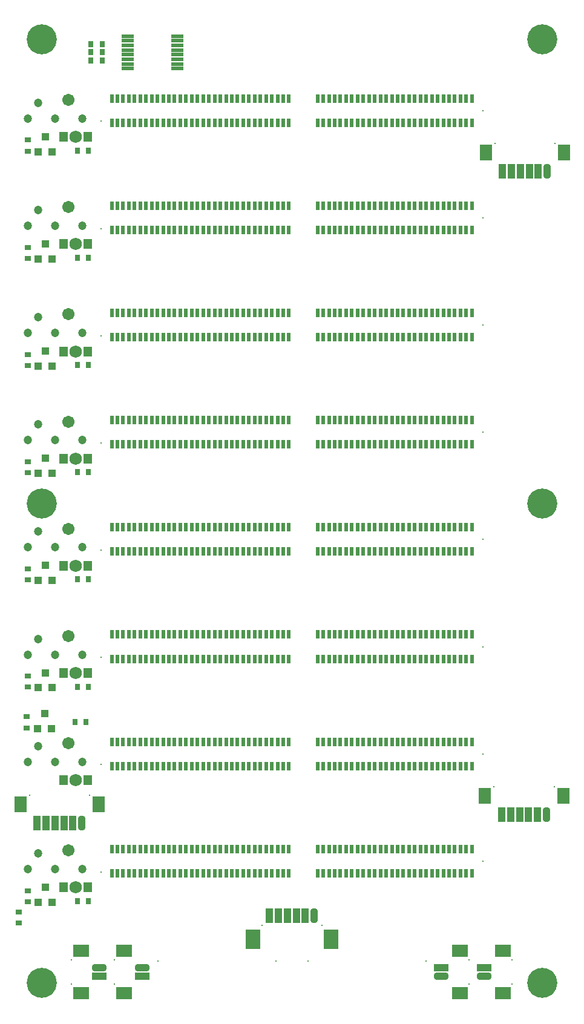
<source format=gts>
G04*
G04 #@! TF.GenerationSoftware,Altium Limited,Altium Designer,19.1.6 (110)*
G04*
G04 Layer_Color=8388736*
%FSLAX25Y25*%
%MOIN*%
G70*
G01*
G75*
%ADD18R,0.03200X0.02978*%
%ADD19R,0.02978X0.03200*%
%ADD30R,0.02362X0.05118*%
%ADD31R,0.06972X0.02172*%
%ADD32R,0.08674X0.07099*%
G04:AMPARAMS|DCode=33|XSize=39.5mil|YSize=78.87mil|CornerRadius=11.87mil|HoleSize=0mil|Usage=FLASHONLY|Rotation=90.000|XOffset=0mil|YOffset=0mil|HoleType=Round|Shape=RoundedRectangle|*
%AMROUNDEDRECTD33*
21,1,0.03950,0.05512,0,0,90.0*
21,1,0.01575,0.07887,0,0,90.0*
1,1,0.02375,0.02756,0.00787*
1,1,0.02375,0.02756,-0.00787*
1,1,0.02375,-0.02756,-0.00787*
1,1,0.02375,-0.02756,0.00787*
%
%ADD33ROUNDEDRECTD33*%
%ADD34R,0.07887X0.03950*%
G04:AMPARAMS|DCode=35|XSize=39.5mil|YSize=78.87mil|CornerRadius=11.87mil|HoleSize=0mil|Usage=FLASHONLY|Rotation=180.000|XOffset=0mil|YOffset=0mil|HoleType=Round|Shape=RoundedRectangle|*
%AMROUNDEDRECTD35*
21,1,0.03950,0.05512,0,0,180.0*
21,1,0.01575,0.07887,0,0,180.0*
1,1,0.02375,-0.00787,0.02756*
1,1,0.02375,0.00787,0.02756*
1,1,0.02375,0.00787,-0.02756*
1,1,0.02375,-0.00787,-0.02756*
%
%ADD35ROUNDEDRECTD35*%
%ADD36R,0.03950X0.07887*%
%ADD37R,0.07099X0.08674*%
%ADD38R,0.07887X0.11036*%
%ADD39R,0.04567X0.05354*%
%ADD40R,0.03950X0.04343*%
%ADD41C,0.00800*%
%ADD42C,0.06706*%
%ADD43C,0.04737*%
%ADD44C,0.16548*%
%ADD45C,0.06890*%
D18*
X5020Y50677D02*
D03*
Y44599D02*
D03*
X10236Y56410D02*
D03*
Y62488D02*
D03*
X9547Y158256D02*
D03*
Y152178D02*
D03*
X10237Y174520D02*
D03*
Y180598D02*
D03*
Y239653D02*
D03*
Y233575D02*
D03*
X10236Y292630D02*
D03*
Y298708D02*
D03*
X10235Y357761D02*
D03*
Y351683D02*
D03*
Y410738D02*
D03*
Y416816D02*
D03*
Y475871D02*
D03*
Y469793D02*
D03*
D19*
X37512Y56693D02*
D03*
X43590D02*
D03*
X42212Y155413D02*
D03*
X36134D02*
D03*
X37513Y174803D02*
D03*
X43591D02*
D03*
Y233858D02*
D03*
X37513D02*
D03*
X37512Y292913D02*
D03*
X43590D02*
D03*
X43589Y351966D02*
D03*
X37511D02*
D03*
Y411021D02*
D03*
X43589D02*
D03*
Y470076D02*
D03*
X37511D02*
D03*
X50972Y519587D02*
D03*
X44894D02*
D03*
X50972Y524311D02*
D03*
X44894D02*
D03*
X44894Y528839D02*
D03*
X50972D02*
D03*
D30*
X254725Y85433D02*
D03*
Y72047D02*
D03*
X251575Y85433D02*
D03*
Y72047D02*
D03*
X248426Y85433D02*
D03*
Y72047D02*
D03*
X245276Y85433D02*
D03*
Y72047D02*
D03*
X242126Y85433D02*
D03*
Y72047D02*
D03*
X238977Y85433D02*
D03*
Y72047D02*
D03*
X235827Y85433D02*
D03*
Y72047D02*
D03*
X232678Y85433D02*
D03*
Y72047D02*
D03*
X229528Y85433D02*
D03*
Y72047D02*
D03*
X226378Y85433D02*
D03*
Y72047D02*
D03*
X223229Y85433D02*
D03*
Y72047D02*
D03*
X220079Y85433D02*
D03*
Y72047D02*
D03*
X216930Y85433D02*
D03*
Y72047D02*
D03*
X213780Y85433D02*
D03*
Y72047D02*
D03*
X210630Y85433D02*
D03*
Y72047D02*
D03*
X207481Y85433D02*
D03*
Y72047D02*
D03*
X204331Y85433D02*
D03*
Y72047D02*
D03*
X201182Y85433D02*
D03*
Y72047D02*
D03*
X198032Y85433D02*
D03*
Y72047D02*
D03*
X194882Y85433D02*
D03*
Y72047D02*
D03*
X191733Y85433D02*
D03*
Y72047D02*
D03*
X188583Y85433D02*
D03*
Y72047D02*
D03*
X185433Y85433D02*
D03*
Y72047D02*
D03*
X182284Y85433D02*
D03*
Y72047D02*
D03*
X179134Y85433D02*
D03*
Y72047D02*
D03*
X175985Y85433D02*
D03*
Y72047D02*
D03*
X172835Y85433D02*
D03*
Y72047D02*
D03*
X169685Y85433D02*
D03*
Y72047D02*
D03*
X153937Y85433D02*
D03*
Y72047D02*
D03*
X150788Y85433D02*
D03*
Y72047D02*
D03*
X147638Y85433D02*
D03*
Y72047D02*
D03*
X144489Y85433D02*
D03*
Y72047D02*
D03*
X141339Y85433D02*
D03*
Y72047D02*
D03*
X138189Y85433D02*
D03*
Y72047D02*
D03*
X135040Y85433D02*
D03*
Y72047D02*
D03*
X131890Y85433D02*
D03*
Y72047D02*
D03*
X128741Y85433D02*
D03*
Y72047D02*
D03*
X125591Y85433D02*
D03*
Y72047D02*
D03*
X122441Y85433D02*
D03*
Y72047D02*
D03*
X119292Y85433D02*
D03*
Y72047D02*
D03*
X116142Y85433D02*
D03*
Y72047D02*
D03*
X112993Y85433D02*
D03*
Y72047D02*
D03*
X109843Y85433D02*
D03*
Y72047D02*
D03*
X106693Y85433D02*
D03*
Y72047D02*
D03*
X103544Y85433D02*
D03*
Y72047D02*
D03*
X100394Y85433D02*
D03*
Y72047D02*
D03*
X97245Y85433D02*
D03*
Y72047D02*
D03*
X94095Y85433D02*
D03*
Y72047D02*
D03*
X90945Y85433D02*
D03*
Y72047D02*
D03*
X87796Y85433D02*
D03*
Y72047D02*
D03*
X84646Y85433D02*
D03*
Y72047D02*
D03*
X81497Y85433D02*
D03*
Y72047D02*
D03*
X78347Y85433D02*
D03*
Y72047D02*
D03*
X75197Y85433D02*
D03*
Y72047D02*
D03*
X72048Y85433D02*
D03*
Y72047D02*
D03*
X68898Y85433D02*
D03*
Y72047D02*
D03*
X65748Y85433D02*
D03*
Y72047D02*
D03*
X62599Y85433D02*
D03*
Y72047D02*
D03*
X59449Y85433D02*
D03*
Y72047D02*
D03*
X56300Y85433D02*
D03*
Y72047D02*
D03*
X56300Y249213D02*
D03*
Y262598D02*
D03*
X59450Y249213D02*
D03*
Y262598D02*
D03*
X62599Y249213D02*
D03*
Y262598D02*
D03*
X65749Y249213D02*
D03*
Y262598D02*
D03*
X68898Y249213D02*
D03*
Y262598D02*
D03*
X72048Y249213D02*
D03*
Y262598D02*
D03*
X75198Y249213D02*
D03*
Y262598D02*
D03*
X78347Y249213D02*
D03*
Y262598D02*
D03*
X81497Y249213D02*
D03*
Y262598D02*
D03*
X84646Y249213D02*
D03*
Y262598D02*
D03*
X87796Y249213D02*
D03*
Y262598D02*
D03*
X90946Y249213D02*
D03*
Y262598D02*
D03*
X94095Y249213D02*
D03*
Y262598D02*
D03*
X97245Y249213D02*
D03*
Y262598D02*
D03*
X100394Y249213D02*
D03*
Y262598D02*
D03*
X103544Y249213D02*
D03*
Y262598D02*
D03*
X106694Y249213D02*
D03*
Y262598D02*
D03*
X109843Y249213D02*
D03*
Y262598D02*
D03*
X112993Y249213D02*
D03*
Y262598D02*
D03*
X116142Y249213D02*
D03*
Y262598D02*
D03*
X119292Y249213D02*
D03*
Y262598D02*
D03*
X122442Y249213D02*
D03*
Y262598D02*
D03*
X125591Y249213D02*
D03*
Y262598D02*
D03*
X128741Y249213D02*
D03*
Y262598D02*
D03*
X131890Y249213D02*
D03*
Y262598D02*
D03*
X135040Y249213D02*
D03*
Y262598D02*
D03*
X138190Y249213D02*
D03*
Y262598D02*
D03*
X141339Y249213D02*
D03*
Y262598D02*
D03*
X144489Y249213D02*
D03*
Y262598D02*
D03*
X147639Y249213D02*
D03*
Y262598D02*
D03*
X150788Y249213D02*
D03*
Y262598D02*
D03*
X153938Y249213D02*
D03*
Y262598D02*
D03*
X169686Y249213D02*
D03*
Y262598D02*
D03*
X172835Y249213D02*
D03*
Y262598D02*
D03*
X175985Y249213D02*
D03*
Y262598D02*
D03*
X179135Y249213D02*
D03*
Y262598D02*
D03*
X182284Y249213D02*
D03*
Y262598D02*
D03*
X185434Y249213D02*
D03*
Y262598D02*
D03*
X188583Y249213D02*
D03*
Y262598D02*
D03*
X191733Y249213D02*
D03*
Y262598D02*
D03*
X194883Y249213D02*
D03*
Y262598D02*
D03*
X198032Y249213D02*
D03*
Y262598D02*
D03*
X201182Y249213D02*
D03*
Y262598D02*
D03*
X204331Y249213D02*
D03*
Y262598D02*
D03*
X207481Y249213D02*
D03*
Y262598D02*
D03*
X210631Y249213D02*
D03*
Y262598D02*
D03*
X213780Y249213D02*
D03*
Y262598D02*
D03*
X216930Y249213D02*
D03*
Y262598D02*
D03*
X220079Y249213D02*
D03*
Y262598D02*
D03*
X223229Y249213D02*
D03*
Y262598D02*
D03*
X226379Y249213D02*
D03*
Y262598D02*
D03*
X229528Y249213D02*
D03*
Y262598D02*
D03*
X232678Y249213D02*
D03*
Y262598D02*
D03*
X235828Y249213D02*
D03*
Y262598D02*
D03*
X238977Y249213D02*
D03*
Y262598D02*
D03*
X242127Y249213D02*
D03*
Y262598D02*
D03*
X245276Y249213D02*
D03*
Y262598D02*
D03*
X248426Y249213D02*
D03*
Y262598D02*
D03*
X251576Y249213D02*
D03*
Y262598D02*
D03*
X254725Y249213D02*
D03*
Y262598D02*
D03*
X254725Y321654D02*
D03*
Y308268D02*
D03*
X251575Y321654D02*
D03*
Y308268D02*
D03*
X248426Y321654D02*
D03*
Y308268D02*
D03*
X245276Y321654D02*
D03*
Y308268D02*
D03*
X242126Y321654D02*
D03*
Y308268D02*
D03*
X238977Y321654D02*
D03*
Y308268D02*
D03*
X235827Y321654D02*
D03*
Y308268D02*
D03*
X232678Y321654D02*
D03*
Y308268D02*
D03*
X229528Y321654D02*
D03*
Y308268D02*
D03*
X226378Y321654D02*
D03*
Y308268D02*
D03*
X223229Y321654D02*
D03*
Y308268D02*
D03*
X220079Y321654D02*
D03*
Y308268D02*
D03*
X216930Y321654D02*
D03*
Y308268D02*
D03*
X213780Y321654D02*
D03*
Y308268D02*
D03*
X210630Y321654D02*
D03*
Y308268D02*
D03*
X207481Y321654D02*
D03*
Y308268D02*
D03*
X204331Y321654D02*
D03*
Y308268D02*
D03*
X201182Y321654D02*
D03*
Y308268D02*
D03*
X198032Y321654D02*
D03*
Y308268D02*
D03*
X194882Y321654D02*
D03*
Y308268D02*
D03*
X191733Y321654D02*
D03*
Y308268D02*
D03*
X188583Y321654D02*
D03*
Y308268D02*
D03*
X185433Y321654D02*
D03*
Y308268D02*
D03*
X182284Y321654D02*
D03*
Y308268D02*
D03*
X179134Y321654D02*
D03*
Y308268D02*
D03*
X175985Y321654D02*
D03*
Y308268D02*
D03*
X172835Y321654D02*
D03*
Y308268D02*
D03*
X169685Y321654D02*
D03*
Y308268D02*
D03*
X153937Y321654D02*
D03*
Y308268D02*
D03*
X150788Y321654D02*
D03*
Y308268D02*
D03*
X147638Y321654D02*
D03*
Y308268D02*
D03*
X144489Y321654D02*
D03*
Y308268D02*
D03*
X141339Y321654D02*
D03*
Y308268D02*
D03*
X138189Y321654D02*
D03*
Y308268D02*
D03*
X135040Y321654D02*
D03*
Y308268D02*
D03*
X131890Y321654D02*
D03*
Y308268D02*
D03*
X128741Y321654D02*
D03*
Y308268D02*
D03*
X125591Y321654D02*
D03*
Y308268D02*
D03*
X122441Y321654D02*
D03*
Y308268D02*
D03*
X119292Y321654D02*
D03*
Y308268D02*
D03*
X116142Y321654D02*
D03*
Y308268D02*
D03*
X112993Y321654D02*
D03*
Y308268D02*
D03*
X109843Y321654D02*
D03*
Y308268D02*
D03*
X106693Y321654D02*
D03*
Y308268D02*
D03*
X103544Y321654D02*
D03*
Y308268D02*
D03*
X100394Y321654D02*
D03*
Y308268D02*
D03*
X97245Y321654D02*
D03*
Y308268D02*
D03*
X94095Y321654D02*
D03*
Y308268D02*
D03*
X90945Y321654D02*
D03*
Y308268D02*
D03*
X87796Y321654D02*
D03*
Y308268D02*
D03*
X84646Y321654D02*
D03*
Y308268D02*
D03*
X81497Y321654D02*
D03*
Y308268D02*
D03*
X78347Y321654D02*
D03*
Y308268D02*
D03*
X75197Y321654D02*
D03*
Y308268D02*
D03*
X72048Y321654D02*
D03*
Y308268D02*
D03*
X68898Y321654D02*
D03*
Y308268D02*
D03*
X65748Y321654D02*
D03*
Y308268D02*
D03*
X62599Y321654D02*
D03*
Y308268D02*
D03*
X59449Y321654D02*
D03*
Y308268D02*
D03*
X56300Y321654D02*
D03*
Y308268D02*
D03*
X56299Y367320D02*
D03*
Y380706D02*
D03*
X59448Y367320D02*
D03*
Y380706D02*
D03*
X62598Y367320D02*
D03*
Y380706D02*
D03*
X65748Y367320D02*
D03*
Y380706D02*
D03*
X68897Y367320D02*
D03*
Y380706D02*
D03*
X72047Y367320D02*
D03*
Y380706D02*
D03*
X75196Y367320D02*
D03*
Y380706D02*
D03*
X78346Y367320D02*
D03*
Y380706D02*
D03*
X81496Y367320D02*
D03*
Y380706D02*
D03*
X84645Y367320D02*
D03*
Y380706D02*
D03*
X87795Y367320D02*
D03*
Y380706D02*
D03*
X90944Y367320D02*
D03*
Y380706D02*
D03*
X94094Y367320D02*
D03*
Y380706D02*
D03*
X97244Y367320D02*
D03*
Y380706D02*
D03*
X100393Y367320D02*
D03*
Y380706D02*
D03*
X103543Y367320D02*
D03*
Y380706D02*
D03*
X106693Y367320D02*
D03*
Y380706D02*
D03*
X109842Y367320D02*
D03*
Y380706D02*
D03*
X112992Y367320D02*
D03*
Y380706D02*
D03*
X116141Y367320D02*
D03*
Y380706D02*
D03*
X119291Y367320D02*
D03*
Y380706D02*
D03*
X122441Y367320D02*
D03*
Y380706D02*
D03*
X125590Y367320D02*
D03*
Y380706D02*
D03*
X128740Y367320D02*
D03*
Y380706D02*
D03*
X131889Y367320D02*
D03*
Y380706D02*
D03*
X135039Y367320D02*
D03*
Y380706D02*
D03*
X138189Y367320D02*
D03*
Y380706D02*
D03*
X141338Y367320D02*
D03*
Y380706D02*
D03*
X144488Y367320D02*
D03*
Y380706D02*
D03*
X147637Y367320D02*
D03*
Y380706D02*
D03*
X150787Y367320D02*
D03*
Y380706D02*
D03*
X153937Y367320D02*
D03*
Y380706D02*
D03*
X169685Y367320D02*
D03*
Y380706D02*
D03*
X172834Y367320D02*
D03*
Y380706D02*
D03*
X175984Y367320D02*
D03*
Y380706D02*
D03*
X179133Y367320D02*
D03*
Y380706D02*
D03*
X182283Y367320D02*
D03*
Y380706D02*
D03*
X185433Y367320D02*
D03*
Y380706D02*
D03*
X188582Y367320D02*
D03*
Y380706D02*
D03*
X191732Y367320D02*
D03*
Y380706D02*
D03*
X194881Y367320D02*
D03*
Y380706D02*
D03*
X198031Y367320D02*
D03*
Y380706D02*
D03*
X201181Y367320D02*
D03*
Y380706D02*
D03*
X204330Y367320D02*
D03*
Y380706D02*
D03*
X207480Y367320D02*
D03*
Y380706D02*
D03*
X210630Y367320D02*
D03*
Y380706D02*
D03*
X213779Y367320D02*
D03*
Y380706D02*
D03*
X216929Y367320D02*
D03*
Y380706D02*
D03*
X220078Y367320D02*
D03*
Y380706D02*
D03*
X223228Y367320D02*
D03*
Y380706D02*
D03*
X226378Y367320D02*
D03*
Y380706D02*
D03*
X229527Y367320D02*
D03*
Y380706D02*
D03*
X232677Y367320D02*
D03*
Y380706D02*
D03*
X235826Y367320D02*
D03*
Y380706D02*
D03*
X238976Y367320D02*
D03*
Y380706D02*
D03*
X242126Y367320D02*
D03*
Y380706D02*
D03*
X245275Y367320D02*
D03*
Y380706D02*
D03*
X248425Y367320D02*
D03*
Y380706D02*
D03*
X251574Y367320D02*
D03*
Y380706D02*
D03*
X254724Y367320D02*
D03*
Y380706D02*
D03*
Y439761D02*
D03*
Y426375D02*
D03*
X251574Y439761D02*
D03*
Y426375D02*
D03*
X248425Y439761D02*
D03*
Y426375D02*
D03*
X245275Y439761D02*
D03*
Y426375D02*
D03*
X242126Y439761D02*
D03*
Y426375D02*
D03*
X238976Y439761D02*
D03*
Y426375D02*
D03*
X235826Y439761D02*
D03*
Y426375D02*
D03*
X232677Y439761D02*
D03*
Y426375D02*
D03*
X229527Y439761D02*
D03*
Y426375D02*
D03*
X226378Y439761D02*
D03*
Y426375D02*
D03*
X223228Y439761D02*
D03*
Y426375D02*
D03*
X220078Y439761D02*
D03*
Y426375D02*
D03*
X216929Y439761D02*
D03*
Y426375D02*
D03*
X213779Y439761D02*
D03*
Y426375D02*
D03*
X210630Y439761D02*
D03*
Y426375D02*
D03*
X207480Y439761D02*
D03*
Y426375D02*
D03*
X204330Y439761D02*
D03*
Y426375D02*
D03*
X201181Y439761D02*
D03*
Y426375D02*
D03*
X198031Y439761D02*
D03*
Y426375D02*
D03*
X194881Y439761D02*
D03*
Y426375D02*
D03*
X191732Y439761D02*
D03*
Y426375D02*
D03*
X188582Y439761D02*
D03*
Y426375D02*
D03*
X185433Y439761D02*
D03*
Y426375D02*
D03*
X182283Y439761D02*
D03*
Y426375D02*
D03*
X179133Y439761D02*
D03*
Y426375D02*
D03*
X175984Y439761D02*
D03*
Y426375D02*
D03*
X172834Y439761D02*
D03*
Y426375D02*
D03*
X169685Y439761D02*
D03*
Y426375D02*
D03*
X153937Y439761D02*
D03*
Y426375D02*
D03*
X150787Y439761D02*
D03*
Y426375D02*
D03*
X147637Y439761D02*
D03*
Y426375D02*
D03*
X144488Y439761D02*
D03*
Y426375D02*
D03*
X141338Y439761D02*
D03*
Y426375D02*
D03*
X138189Y439761D02*
D03*
Y426375D02*
D03*
X135039Y439761D02*
D03*
Y426375D02*
D03*
X131889Y439761D02*
D03*
Y426375D02*
D03*
X128740Y439761D02*
D03*
Y426375D02*
D03*
X125590Y439761D02*
D03*
Y426375D02*
D03*
X122441Y439761D02*
D03*
Y426375D02*
D03*
X119291Y439761D02*
D03*
Y426375D02*
D03*
X116141Y439761D02*
D03*
Y426375D02*
D03*
X112992Y439761D02*
D03*
Y426375D02*
D03*
X109842Y439761D02*
D03*
Y426375D02*
D03*
X106693Y439761D02*
D03*
Y426375D02*
D03*
X103543Y439761D02*
D03*
Y426375D02*
D03*
X100393Y439761D02*
D03*
Y426375D02*
D03*
X97244Y439761D02*
D03*
Y426375D02*
D03*
X94094Y439761D02*
D03*
Y426375D02*
D03*
X90944Y439761D02*
D03*
Y426375D02*
D03*
X87795Y439761D02*
D03*
Y426375D02*
D03*
X84645Y439761D02*
D03*
Y426375D02*
D03*
X81496Y439761D02*
D03*
Y426375D02*
D03*
X78346Y439761D02*
D03*
Y426375D02*
D03*
X75196Y439761D02*
D03*
Y426375D02*
D03*
X72047Y439761D02*
D03*
Y426375D02*
D03*
X68897Y439761D02*
D03*
Y426375D02*
D03*
X65748Y439761D02*
D03*
Y426375D02*
D03*
X62598Y439761D02*
D03*
Y426375D02*
D03*
X59448Y439761D02*
D03*
Y426375D02*
D03*
X56299Y439761D02*
D03*
Y426375D02*
D03*
Y485431D02*
D03*
Y498816D02*
D03*
X59448Y485431D02*
D03*
Y498816D02*
D03*
X62598Y485431D02*
D03*
Y498816D02*
D03*
X65748Y485431D02*
D03*
Y498816D02*
D03*
X68897Y485431D02*
D03*
Y498816D02*
D03*
X72047Y485431D02*
D03*
Y498816D02*
D03*
X75196Y485431D02*
D03*
Y498816D02*
D03*
X78346Y485431D02*
D03*
Y498816D02*
D03*
X81496Y485431D02*
D03*
Y498816D02*
D03*
X84645Y485431D02*
D03*
Y498816D02*
D03*
X87795Y485431D02*
D03*
Y498816D02*
D03*
X90944Y485431D02*
D03*
Y498816D02*
D03*
X94094Y485431D02*
D03*
Y498816D02*
D03*
X97244Y485431D02*
D03*
Y498816D02*
D03*
X100393Y485431D02*
D03*
Y498816D02*
D03*
X103543Y485431D02*
D03*
Y498816D02*
D03*
X106693Y485431D02*
D03*
Y498816D02*
D03*
X109842Y485431D02*
D03*
Y498816D02*
D03*
X112992Y485431D02*
D03*
Y498816D02*
D03*
X116141Y485431D02*
D03*
Y498816D02*
D03*
X119291Y485431D02*
D03*
Y498816D02*
D03*
X122441Y485431D02*
D03*
Y498816D02*
D03*
X125590Y485431D02*
D03*
Y498816D02*
D03*
X128740Y485431D02*
D03*
Y498816D02*
D03*
X131889Y485431D02*
D03*
Y498816D02*
D03*
X135039Y485431D02*
D03*
Y498816D02*
D03*
X138189Y485431D02*
D03*
Y498816D02*
D03*
X141338Y485431D02*
D03*
Y498816D02*
D03*
X144488Y485431D02*
D03*
Y498816D02*
D03*
X147637Y485431D02*
D03*
Y498816D02*
D03*
X150787Y485431D02*
D03*
Y498816D02*
D03*
X153937Y485431D02*
D03*
Y498816D02*
D03*
X169685Y485431D02*
D03*
Y498816D02*
D03*
X172834Y485431D02*
D03*
Y498816D02*
D03*
X175984Y485431D02*
D03*
Y498816D02*
D03*
X179133Y485431D02*
D03*
Y498816D02*
D03*
X182283Y485431D02*
D03*
Y498816D02*
D03*
X185433Y485431D02*
D03*
Y498816D02*
D03*
X188582Y485431D02*
D03*
Y498816D02*
D03*
X191732Y485431D02*
D03*
Y498816D02*
D03*
X194881Y485431D02*
D03*
Y498816D02*
D03*
X198031Y485431D02*
D03*
Y498816D02*
D03*
X201181Y485431D02*
D03*
Y498816D02*
D03*
X204330Y485431D02*
D03*
Y498816D02*
D03*
X207480Y485431D02*
D03*
Y498816D02*
D03*
X210630Y485431D02*
D03*
Y498816D02*
D03*
X213779Y485431D02*
D03*
Y498816D02*
D03*
X216929Y485431D02*
D03*
Y498816D02*
D03*
X220078Y485431D02*
D03*
Y498816D02*
D03*
X223228Y485431D02*
D03*
Y498816D02*
D03*
X226378Y485431D02*
D03*
Y498816D02*
D03*
X229527Y485431D02*
D03*
Y498816D02*
D03*
X232677Y485431D02*
D03*
Y498816D02*
D03*
X235826Y485431D02*
D03*
Y498816D02*
D03*
X238976Y485431D02*
D03*
Y498816D02*
D03*
X242126Y485431D02*
D03*
Y498816D02*
D03*
X245275Y485431D02*
D03*
Y498816D02*
D03*
X248425Y485431D02*
D03*
Y498816D02*
D03*
X251574Y485431D02*
D03*
Y498816D02*
D03*
X254724Y485431D02*
D03*
Y498816D02*
D03*
X254724Y203542D02*
D03*
Y190156D02*
D03*
X251574Y203542D02*
D03*
Y190156D02*
D03*
X248424Y203542D02*
D03*
Y190156D02*
D03*
X245275Y203542D02*
D03*
Y190156D02*
D03*
X242125Y203542D02*
D03*
Y190156D02*
D03*
X238976Y203542D02*
D03*
Y190156D02*
D03*
X235826Y203542D02*
D03*
Y190156D02*
D03*
X232676Y203542D02*
D03*
Y190156D02*
D03*
X229527Y203542D02*
D03*
Y190156D02*
D03*
X226377Y203542D02*
D03*
Y190156D02*
D03*
X223227Y203542D02*
D03*
Y190156D02*
D03*
X220078Y203542D02*
D03*
Y190156D02*
D03*
X216928Y203542D02*
D03*
Y190156D02*
D03*
X213779Y203542D02*
D03*
Y190156D02*
D03*
X210629Y203542D02*
D03*
Y190156D02*
D03*
X207479Y203542D02*
D03*
Y190156D02*
D03*
X204330Y203542D02*
D03*
Y190156D02*
D03*
X201180Y203542D02*
D03*
Y190156D02*
D03*
X198031Y203542D02*
D03*
Y190156D02*
D03*
X194881Y203542D02*
D03*
Y190156D02*
D03*
X191731Y203542D02*
D03*
Y190156D02*
D03*
X188582Y203542D02*
D03*
Y190156D02*
D03*
X185432Y203542D02*
D03*
Y190156D02*
D03*
X182283Y203542D02*
D03*
Y190156D02*
D03*
X179133Y203542D02*
D03*
Y190156D02*
D03*
X175983Y203542D02*
D03*
Y190156D02*
D03*
X172834Y203542D02*
D03*
Y190156D02*
D03*
X169684Y203542D02*
D03*
Y190156D02*
D03*
X153936Y203542D02*
D03*
Y190156D02*
D03*
X150786Y203542D02*
D03*
Y190156D02*
D03*
X147637Y203542D02*
D03*
Y190156D02*
D03*
X144487Y203542D02*
D03*
Y190156D02*
D03*
X141338Y203542D02*
D03*
Y190156D02*
D03*
X138188Y203542D02*
D03*
Y190156D02*
D03*
X135038Y203542D02*
D03*
Y190156D02*
D03*
X131889Y203542D02*
D03*
Y190156D02*
D03*
X128739Y203542D02*
D03*
Y190156D02*
D03*
X125590Y203542D02*
D03*
Y190156D02*
D03*
X122440Y203542D02*
D03*
Y190156D02*
D03*
X119290Y203542D02*
D03*
Y190156D02*
D03*
X116141Y203542D02*
D03*
Y190156D02*
D03*
X112991Y203542D02*
D03*
Y190156D02*
D03*
X109842Y203542D02*
D03*
Y190156D02*
D03*
X106692Y203542D02*
D03*
Y190156D02*
D03*
X103542Y203542D02*
D03*
Y190156D02*
D03*
X100393Y203542D02*
D03*
Y190156D02*
D03*
X97243Y203542D02*
D03*
Y190156D02*
D03*
X94094Y203542D02*
D03*
Y190156D02*
D03*
X90944Y203542D02*
D03*
Y190156D02*
D03*
X87794Y203542D02*
D03*
Y190156D02*
D03*
X84645Y203542D02*
D03*
Y190156D02*
D03*
X81495Y203542D02*
D03*
Y190156D02*
D03*
X78346Y203542D02*
D03*
Y190156D02*
D03*
X75196Y203542D02*
D03*
Y190156D02*
D03*
X72046Y203542D02*
D03*
Y190156D02*
D03*
X68897Y203542D02*
D03*
Y190156D02*
D03*
X65747Y203542D02*
D03*
Y190156D02*
D03*
X62598Y203542D02*
D03*
Y190156D02*
D03*
X59448Y203542D02*
D03*
Y190156D02*
D03*
X56298Y203542D02*
D03*
Y190156D02*
D03*
X56300Y131102D02*
D03*
Y144488D02*
D03*
X59450Y131102D02*
D03*
Y144488D02*
D03*
X62599Y131102D02*
D03*
Y144488D02*
D03*
X65749Y131102D02*
D03*
Y144488D02*
D03*
X68898Y131102D02*
D03*
Y144488D02*
D03*
X72048Y131102D02*
D03*
Y144488D02*
D03*
X75198Y131102D02*
D03*
Y144488D02*
D03*
X78347Y131102D02*
D03*
Y144488D02*
D03*
X81497Y131102D02*
D03*
Y144488D02*
D03*
X84646Y131102D02*
D03*
Y144488D02*
D03*
X87796Y131102D02*
D03*
Y144488D02*
D03*
X90946Y131102D02*
D03*
Y144488D02*
D03*
X94095Y131102D02*
D03*
Y144488D02*
D03*
X97245Y131102D02*
D03*
Y144488D02*
D03*
X100394Y131102D02*
D03*
Y144488D02*
D03*
X103544Y131102D02*
D03*
Y144488D02*
D03*
X106694Y131102D02*
D03*
Y144488D02*
D03*
X109843Y131102D02*
D03*
Y144488D02*
D03*
X112993Y131102D02*
D03*
Y144488D02*
D03*
X116142Y131102D02*
D03*
Y144488D02*
D03*
X119292Y131102D02*
D03*
Y144488D02*
D03*
X122442Y131102D02*
D03*
Y144488D02*
D03*
X125591Y131102D02*
D03*
Y144488D02*
D03*
X128741Y131102D02*
D03*
Y144488D02*
D03*
X131890Y131102D02*
D03*
Y144488D02*
D03*
X135040Y131102D02*
D03*
Y144488D02*
D03*
X138190Y131102D02*
D03*
Y144488D02*
D03*
X141339Y131102D02*
D03*
Y144488D02*
D03*
X144489Y131102D02*
D03*
Y144488D02*
D03*
X147639Y131102D02*
D03*
Y144488D02*
D03*
X150788Y131102D02*
D03*
Y144488D02*
D03*
X153938Y131102D02*
D03*
Y144488D02*
D03*
X169686Y131102D02*
D03*
Y144488D02*
D03*
X172835Y131102D02*
D03*
Y144488D02*
D03*
X175985Y131102D02*
D03*
Y144488D02*
D03*
X179135Y131102D02*
D03*
Y144488D02*
D03*
X182284Y131102D02*
D03*
Y144488D02*
D03*
X185434Y131102D02*
D03*
Y144488D02*
D03*
X188583Y131102D02*
D03*
Y144488D02*
D03*
X191733Y131102D02*
D03*
Y144488D02*
D03*
X194883Y131102D02*
D03*
Y144488D02*
D03*
X198032Y131102D02*
D03*
Y144488D02*
D03*
X201182Y131102D02*
D03*
Y144488D02*
D03*
X204331Y131102D02*
D03*
Y144488D02*
D03*
X207481Y131102D02*
D03*
Y144488D02*
D03*
X210631Y131102D02*
D03*
Y144488D02*
D03*
X213780Y131102D02*
D03*
Y144488D02*
D03*
X216930Y131102D02*
D03*
Y144488D02*
D03*
X220079Y131102D02*
D03*
Y144488D02*
D03*
X223229Y131102D02*
D03*
Y144488D02*
D03*
X226379Y131102D02*
D03*
Y144488D02*
D03*
X229528Y131102D02*
D03*
Y144488D02*
D03*
X232678Y131102D02*
D03*
Y144488D02*
D03*
X235828Y131102D02*
D03*
Y144488D02*
D03*
X238977Y131102D02*
D03*
Y144488D02*
D03*
X242127Y131102D02*
D03*
Y144488D02*
D03*
X245276Y131102D02*
D03*
Y144488D02*
D03*
X248426Y131102D02*
D03*
Y144488D02*
D03*
X251576Y131102D02*
D03*
Y144488D02*
D03*
X254725Y131102D02*
D03*
Y144488D02*
D03*
D31*
X65139Y533169D02*
D03*
Y530610D02*
D03*
Y528051D02*
D03*
Y525492D02*
D03*
Y522933D02*
D03*
Y520374D02*
D03*
Y517815D02*
D03*
Y515256D02*
D03*
X92539D02*
D03*
Y517815D02*
D03*
Y520374D02*
D03*
Y522933D02*
D03*
Y525492D02*
D03*
Y528051D02*
D03*
Y530610D02*
D03*
Y533169D02*
D03*
D32*
X248031Y6004D02*
D03*
Y29429D02*
D03*
X271654D02*
D03*
Y6004D02*
D03*
X62992Y29429D02*
D03*
Y6004D02*
D03*
X39370D02*
D03*
Y29429D02*
D03*
D33*
X237795Y15256D02*
D03*
X261417D02*
D03*
X73228Y20177D02*
D03*
X49606D02*
D03*
D34*
X237795D02*
D03*
X261417D02*
D03*
X73228Y15256D02*
D03*
X49606D02*
D03*
D35*
X39862Y99803D02*
D03*
X296161Y458661D02*
D03*
X295768Y104331D02*
D03*
X167815Y48819D02*
D03*
D36*
X15256Y99803D02*
D03*
X25098D02*
D03*
X30020D02*
D03*
X20177D02*
D03*
X34941D02*
D03*
X291240Y458661D02*
D03*
X276476D02*
D03*
X286319D02*
D03*
X281398D02*
D03*
X271555D02*
D03*
X271161Y104331D02*
D03*
X281004D02*
D03*
X285925D02*
D03*
X276083D02*
D03*
X290846D02*
D03*
X143209Y48819D02*
D03*
X157972D02*
D03*
X153051D02*
D03*
X162894D02*
D03*
X148130D02*
D03*
D37*
X6004Y110039D02*
D03*
X49114D02*
D03*
X305413Y468898D02*
D03*
X262303D02*
D03*
X261910Y114567D02*
D03*
X305020D02*
D03*
D38*
X177067Y35827D02*
D03*
X133957D02*
D03*
D39*
X43189Y64213D02*
D03*
X29803D02*
D03*
X29804Y123268D02*
D03*
X43190D02*
D03*
Y182323D02*
D03*
X29804D02*
D03*
Y241378D02*
D03*
X43190D02*
D03*
X43189Y300433D02*
D03*
X29803D02*
D03*
X29803Y359486D02*
D03*
X43189D02*
D03*
Y418541D02*
D03*
X29803D02*
D03*
Y477596D02*
D03*
X43189D02*
D03*
D40*
X19684Y477753D02*
D03*
X23424Y469486D02*
D03*
X15944D02*
D03*
X19684Y418698D02*
D03*
X23424Y410431D02*
D03*
X15944D02*
D03*
X19684Y359643D02*
D03*
X23424Y351376D02*
D03*
X15944D02*
D03*
X19685Y300591D02*
D03*
X23425Y292323D02*
D03*
X15945D02*
D03*
X19685Y241535D02*
D03*
X23426Y233268D02*
D03*
X15945D02*
D03*
X19685Y182480D02*
D03*
X23426Y174213D02*
D03*
X15945D02*
D03*
X19291Y159941D02*
D03*
X23031Y151673D02*
D03*
X15551D02*
D03*
X15945Y56102D02*
D03*
X23425D02*
D03*
X19685Y64370D02*
D03*
D41*
X260630Y78740D02*
D03*
X50394Y72835D02*
D03*
X50394Y250000D02*
D03*
X260631Y255906D02*
D03*
X260630Y314961D02*
D03*
X50394Y309055D02*
D03*
X50393Y368108D02*
D03*
X260630Y374013D02*
D03*
Y433069D02*
D03*
X50393Y427163D02*
D03*
Y486218D02*
D03*
X260630Y492124D02*
D03*
X260629Y196849D02*
D03*
X50393Y190944D02*
D03*
X50394Y131890D02*
D03*
X260631Y137795D02*
D03*
X81693Y23622D02*
D03*
X146653D02*
D03*
X229331D02*
D03*
X164370D02*
D03*
X253150Y24311D02*
D03*
Y11024D02*
D03*
X276772D02*
D03*
Y24311D02*
D03*
X57874Y11122D02*
D03*
Y24409D02*
D03*
X34252D02*
D03*
Y11122D02*
D03*
X44094Y115157D02*
D03*
X11024D02*
D03*
X267323Y474016D02*
D03*
X300394D02*
D03*
X300000Y119685D02*
D03*
X266929D02*
D03*
X138976Y43307D02*
D03*
X172047D02*
D03*
D42*
X32559Y84606D02*
D03*
X32560Y261772D02*
D03*
X32559Y320827D02*
D03*
X32559Y379879D02*
D03*
Y438935D02*
D03*
Y497990D02*
D03*
X32558Y202715D02*
D03*
X32560Y143661D02*
D03*
D43*
X40040Y74410D02*
D03*
X25079D02*
D03*
X10119D02*
D03*
X15630Y83073D02*
D03*
X15631Y260238D02*
D03*
X10119Y251575D02*
D03*
X25080D02*
D03*
X40040D02*
D03*
X40040Y310630D02*
D03*
X25079D02*
D03*
X10119D02*
D03*
X15630Y319293D02*
D03*
X15630Y378346D02*
D03*
X10118Y369683D02*
D03*
X25078D02*
D03*
X40039D02*
D03*
Y428738D02*
D03*
X25078D02*
D03*
X10118D02*
D03*
X15630Y437401D02*
D03*
Y496456D02*
D03*
X10118Y487793D02*
D03*
X25078D02*
D03*
X40039D02*
D03*
X40038Y192518D02*
D03*
X25078D02*
D03*
X10117D02*
D03*
X15629Y201181D02*
D03*
X15631Y142128D02*
D03*
X10119Y133465D02*
D03*
X25080D02*
D03*
X40040D02*
D03*
D44*
X293307Y531496D02*
D03*
Y275590D02*
D03*
X17717Y531496D02*
D03*
Y275590D02*
D03*
X293307Y11811D02*
D03*
X17717D02*
D03*
D45*
X36496Y64213D02*
D03*
X36497Y123268D02*
D03*
Y182323D02*
D03*
Y241378D02*
D03*
X36496Y300433D02*
D03*
X36496Y359486D02*
D03*
Y418541D02*
D03*
Y477596D02*
D03*
M02*

</source>
